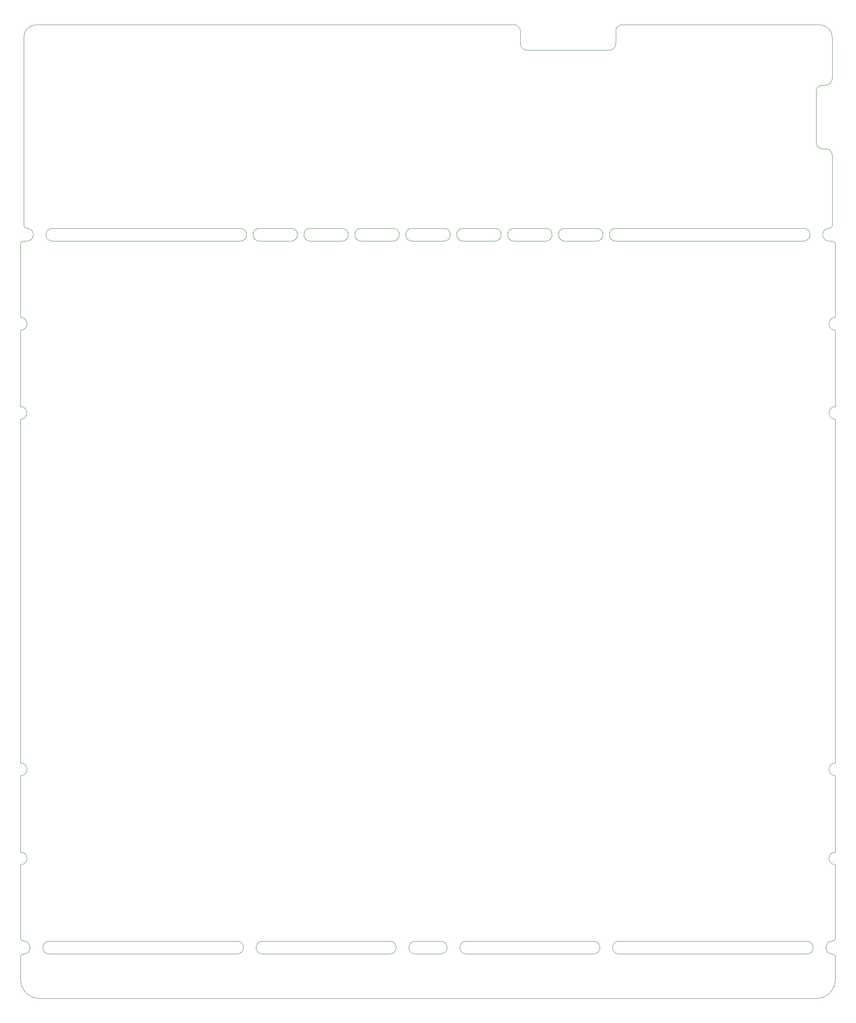
<source format=gm1>
G04 #@! TF.GenerationSoftware,KiCad,Pcbnew,5.0.0-rc2-unknown-d03e92a~65~ubuntu16.04.1*
G04 #@! TF.CreationDate,2018-06-02T21:30:31+05:30*
G04 #@! TF.ProjectId,ClockIOT,436C6F636B494F542E6B696361645F70,rev 1*
G04 #@! TF.SameCoordinates,PX2fd7508PY2fd7508*
G04 #@! TF.FileFunction,Profile,NP*
%FSLAX46Y46*%
G04 Gerber Fmt 4.6, Leading zero omitted, Abs format (unit mm)*
G04 Created by KiCad (PCBNEW 5.0.0-rc2-unknown-d03e92a~65~ubuntu16.04.1) date Sat Jun  2 21:30:31 2018*
%MOMM*%
%LPD*%
G01*
G04 APERTURE LIST*
%ADD10C,0.076200*%
G04 APERTURE END LIST*
D10*
X161925000Y-40640000D02*
G75*
G02X161290000Y-41275000I-635000J0D01*
G01*
X1270000Y-41275000D02*
G75*
G02X635000Y-40640000I0J635000D01*
G01*
X635000Y-40640000D02*
X635000Y-3175000D01*
X3175000Y-635000D02*
X98425000Y-635000D01*
X161925000Y-26670000D02*
X161925000Y-40640000D01*
X635000Y-3175000D02*
G75*
G02X3175000Y-635000I2540000J0D01*
G01*
X159385000Y-635000D02*
G75*
G02X161925000Y-3175000I0J-2540000D01*
G01*
X118745000Y-41275000D02*
X118745000Y-41275000D01*
X98425000Y-635000D02*
G75*
G02X99695000Y-1905000I0J-1270000D01*
G01*
X100965000Y-5715000D02*
G75*
G02X99695000Y-4445000I0J1270000D01*
G01*
X118745000Y-4445000D02*
G75*
G02X117475000Y-5715000I-1270000J0D01*
G01*
X118745000Y-1905000D02*
G75*
G02X120015000Y-635000I1270000J0D01*
G01*
X118745000Y-1905000D02*
X118745000Y-4445000D01*
X100965000Y-5715000D02*
X117475000Y-5715000D01*
X99695000Y-1905000D02*
X99695000Y-4445000D01*
X120015000Y-635000D02*
X159385000Y-635000D01*
X159385000Y-635000D02*
X159385000Y-635000D01*
X161925000Y-11430000D02*
G75*
G02X160655000Y-12700000I-1270000J0D01*
G01*
X160655000Y-25400000D02*
G75*
G02X161925000Y-26670000I0J-1270000D01*
G01*
X160020000Y-25400000D02*
G75*
G02X158750000Y-24130000I0J1270000D01*
G01*
X158750000Y-13970000D02*
G75*
G02X160020000Y-12700000I1270000J0D01*
G01*
X160655000Y-12700000D02*
X160020000Y-12700000D01*
X158750000Y-24130000D02*
X158750000Y-13970000D01*
X160655000Y-25400000D02*
X160020000Y-25400000D01*
X161925000Y-3175000D02*
X161925000Y-11430000D01*
X0Y-150495000D02*
X0Y-165735000D01*
X0Y-79375000D02*
X0Y-147955000D01*
X0Y-76835000D02*
G75*
G02X0Y-79375000I0J-1270000D01*
G01*
X0Y-147955000D02*
G75*
G02X0Y-150495000I0J-1270000D01*
G01*
X162560000Y-150495000D02*
X162560000Y-165735000D01*
X162560000Y-150495000D02*
G75*
G02X162560000Y-147955000I0J1270000D01*
G01*
X162560000Y-79375000D02*
X162560000Y-147955000D01*
X162560000Y-79375000D02*
G75*
G02X162560000Y-76835000I0J1270000D01*
G01*
X1270000Y-43815000D02*
X635000Y-43815000D01*
X161290000Y-43815000D02*
X161925000Y-43815000D01*
X83820000Y-186055000D02*
X78740000Y-186055000D01*
X43180000Y-183515000D02*
G75*
G02X43180000Y-186055000I0J-1270000D01*
G01*
X78740000Y-183515000D02*
X83820000Y-183515000D01*
X162560000Y-182880000D02*
G75*
G02X161925000Y-183515000I-635000J0D01*
G01*
X114300000Y-186055000D02*
X88900000Y-186055000D01*
X119380000Y-186055000D02*
X156845000Y-186055000D01*
X156845000Y-183515000D02*
G75*
G02X156845000Y-186055000I0J-1270000D01*
G01*
X0Y-186690000D02*
G75*
G02X635000Y-186055000I635000J0D01*
G01*
X48260000Y-186055000D02*
G75*
G02X48260000Y-183515000I0J1270000D01*
G01*
X5715000Y-186055000D02*
X43180000Y-186055000D01*
X5715000Y-186055000D02*
G75*
G02X5715000Y-183515000I0J1270000D01*
G01*
X119380000Y-186055000D02*
G75*
G02X119380000Y-183515000I0J1270000D01*
G01*
X635000Y-183515000D02*
G75*
G02X635000Y-186055000I0J-1270000D01*
G01*
X73660000Y-186055000D02*
X48260000Y-186055000D01*
X5715000Y-183515000D02*
X43180000Y-183515000D01*
X156845000Y-183515000D02*
X119380000Y-183515000D01*
X88900000Y-183515000D02*
X114300000Y-183515000D01*
X83820000Y-183515000D02*
G75*
G02X83820000Y-186055000I0J-1270000D01*
G01*
X78740000Y-186055000D02*
G75*
G02X78740000Y-183515000I0J1270000D01*
G01*
X73660000Y-183515000D02*
G75*
G02X73660000Y-186055000I0J-1270000D01*
G01*
X161925000Y-186055000D02*
G75*
G02X162560000Y-186690000I0J-635000D01*
G01*
X88900000Y-186055000D02*
G75*
G02X88900000Y-183515000I0J1270000D01*
G01*
X114300000Y-183515000D02*
G75*
G02X114300000Y-186055000I0J-1270000D01*
G01*
X161925000Y-186055000D02*
G75*
G02X161925000Y-183515000I0J1270000D01*
G01*
X635000Y-183515000D02*
G75*
G02X0Y-182880000I0J635000D01*
G01*
X48260000Y-183515000D02*
X73660000Y-183515000D01*
X156210000Y-41275000D02*
G75*
G02X156210000Y-43815000I0J-1270000D01*
G01*
X161290000Y-43815000D02*
G75*
G02X161290000Y-41275000I0J1270000D01*
G01*
X6350000Y-43815000D02*
G75*
G02X6350000Y-41275000I0J1270000D01*
G01*
X1270000Y-41275000D02*
G75*
G02X1270000Y-43815000I0J-1270000D01*
G01*
X53975000Y-43815000D02*
X47625000Y-43815000D01*
X47625000Y-41275000D02*
X53975000Y-41275000D01*
X64135000Y-43815000D02*
X57785000Y-43815000D01*
X57785000Y-41275000D02*
X64135000Y-41275000D01*
X74295000Y-43815000D02*
X67945000Y-43815000D01*
X67945000Y-41275000D02*
X74295000Y-41275000D01*
X84455000Y-43815000D02*
X78105000Y-43815000D01*
X78105000Y-41275000D02*
X84455000Y-41275000D01*
X94615000Y-43815000D02*
X88265000Y-43815000D01*
X88265000Y-41275000D02*
X94615000Y-41275000D01*
X98425000Y-43815000D02*
X104775000Y-43815000D01*
X104775000Y-41275000D02*
X98425000Y-41275000D01*
X114935000Y-43815000D02*
X108585000Y-43815000D01*
X108585000Y-41275000D02*
X114935000Y-41275000D01*
X161290000Y-43815000D02*
X161290000Y-43815000D01*
X118745000Y-43815000D02*
X156210000Y-43815000D01*
X118745000Y-41275000D02*
X118745000Y-41275000D01*
X156210000Y-41275000D02*
X118745000Y-41275000D01*
X161925000Y-43815000D02*
G75*
G02X162560000Y-44450000I0J-635000D01*
G01*
X118745000Y-43815000D02*
G75*
G02X118745000Y-41275000I0J1270000D01*
G01*
X114935000Y-41275000D02*
G75*
G02X114935000Y-43815000I0J-1270000D01*
G01*
X108585000Y-43815000D02*
G75*
G02X108585000Y-41275000I0J1270000D01*
G01*
X104775000Y-41275000D02*
G75*
G02X104775000Y-43815000I0J-1270000D01*
G01*
X98425000Y-43815000D02*
G75*
G02X98425000Y-41275000I0J1270000D01*
G01*
X94615000Y-41275000D02*
G75*
G02X94615000Y-43815000I0J-1270000D01*
G01*
X88265000Y-43815000D02*
G75*
G02X88265000Y-41275000I0J1270000D01*
G01*
X84455000Y-41275000D02*
G75*
G02X84455000Y-43815000I0J-1270000D01*
G01*
X78105000Y-43815000D02*
G75*
G02X78105000Y-41275000I0J1270000D01*
G01*
X74295000Y-41275000D02*
G75*
G02X74295000Y-43815000I0J-1270000D01*
G01*
X67945000Y-43815000D02*
G75*
G02X67945000Y-41275000I0J1270000D01*
G01*
X64135000Y-41275000D02*
G75*
G02X64135000Y-43815000I0J-1270000D01*
G01*
X57785000Y-43815000D02*
G75*
G02X57785000Y-41275000I0J1270000D01*
G01*
X53975000Y-41275000D02*
G75*
G02X53975000Y-43815000I0J-1270000D01*
G01*
X47625000Y-43815000D02*
G75*
G02X47625000Y-41275000I0J1270000D01*
G01*
X43815000Y-41275000D02*
G75*
G02X43815000Y-43815000I0J-1270000D01*
G01*
X6350000Y-43815000D02*
X43815000Y-43815000D01*
X6350000Y-41275000D02*
X43815000Y-41275000D01*
X0Y-44450000D02*
G75*
G02X635000Y-43815000I635000J0D01*
G01*
X3810000Y-194945000D02*
G75*
G02X0Y-191135000I0J3810000D01*
G01*
X162560000Y-191135000D02*
G75*
G02X158750000Y-194945000I-3810000J0D01*
G01*
X162560000Y-191135000D02*
X162560000Y-186690000D01*
X3810000Y-194945000D02*
X158750000Y-194945000D01*
X0Y-186690000D02*
X0Y-191135000D01*
X0Y-168275000D02*
X0Y-182880000D01*
X0Y-165735000D02*
X0Y-165735000D01*
X0Y-61595000D02*
X0Y-76835000D01*
X162560000Y-168275000D02*
X162560000Y-182880000D01*
X162560000Y-165735000D02*
X162560000Y-165735000D01*
X162560000Y-61595000D02*
X162560000Y-76835000D01*
X162560000Y-61595000D02*
G75*
G02X162560000Y-59055000I0J1270000D01*
G01*
X162560000Y-168275000D02*
G75*
G02X162560000Y-165735000I0J1270000D01*
G01*
X0Y-165735000D02*
G75*
G02X0Y-168275000I0J-1270000D01*
G01*
X0Y-59055000D02*
G75*
G02X0Y-61595000I0J-1270000D01*
G01*
X0Y-59055000D02*
X0Y-44450000D01*
X162560000Y-44450000D02*
X162560000Y-59055000D01*
M02*

</source>
